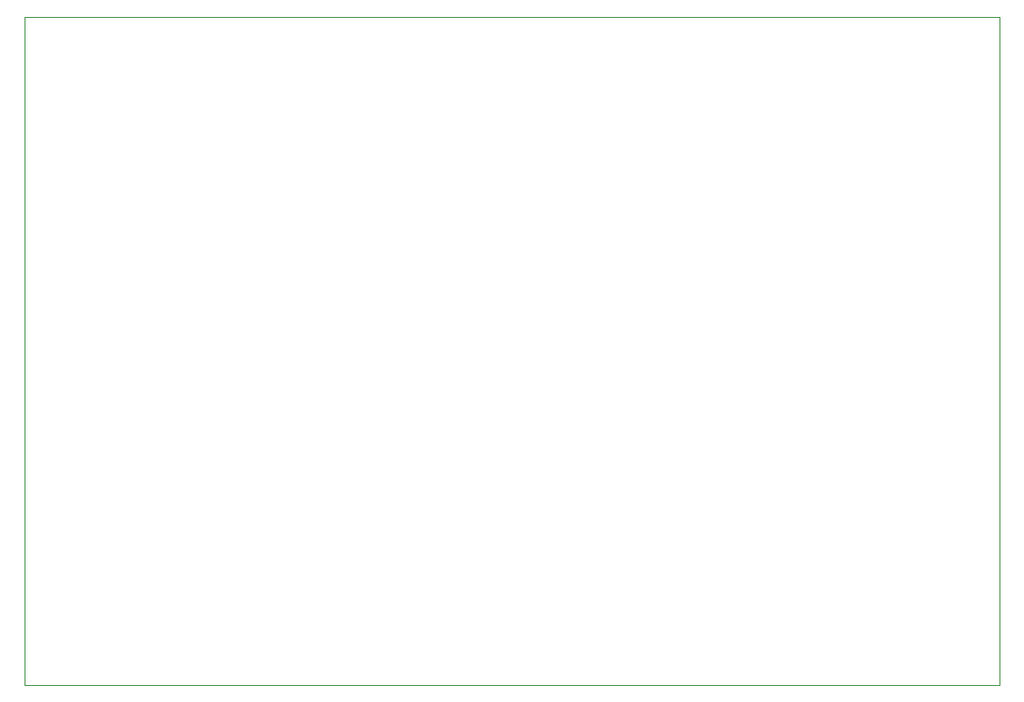
<source format=gm1>
G04 #@! TF.GenerationSoftware,KiCad,Pcbnew,8.0.0*
G04 #@! TF.CreationDate,2024-03-17T16:54:30+01:00*
G04 #@! TF.ProjectId,soundgun,736f756e-6467-4756-9e2e-6b696361645f,rev?*
G04 #@! TF.SameCoordinates,Original*
G04 #@! TF.FileFunction,Profile,NP*
%FSLAX46Y46*%
G04 Gerber Fmt 4.6, Leading zero omitted, Abs format (unit mm)*
G04 Created by KiCad (PCBNEW 8.0.0) date 2024-03-17 16:54:30*
%MOMM*%
%LPD*%
G01*
G04 APERTURE LIST*
G04 #@! TA.AperFunction,Profile*
%ADD10C,0.100000*%
G04 #@! TD*
G04 APERTURE END LIST*
D10*
X80000000Y-60000000D02*
X167500000Y-60000000D01*
X167500000Y-120000000D01*
X80000000Y-120000000D01*
X80000000Y-60000000D01*
M02*

</source>
